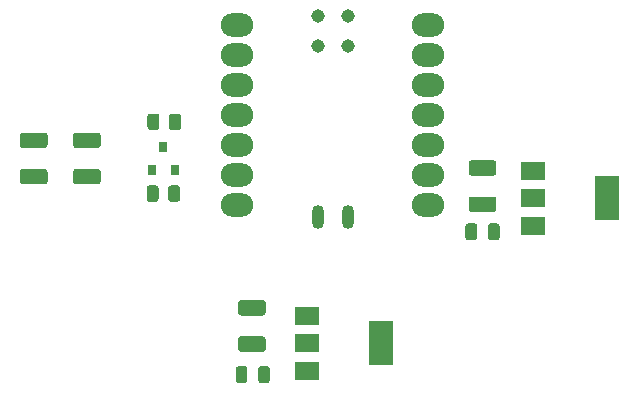
<source format=gtp>
%TF.GenerationSoftware,KiCad,Pcbnew,5.1.7-a382d34a8~88~ubuntu20.04.1*%
%TF.CreationDate,2021-07-04T15:14:18-05:00*%
%TF.ProjectId,led-backlight,6c65642d-6261-4636-9b6c-696768742e6b,rev?*%
%TF.SameCoordinates,Original*%
%TF.FileFunction,Paste,Top*%
%TF.FilePolarity,Positive*%
%FSLAX46Y46*%
G04 Gerber Fmt 4.6, Leading zero omitted, Abs format (unit mm)*
G04 Created by KiCad (PCBNEW 5.1.7-a382d34a8~88~ubuntu20.04.1) date 2021-07-04 15:14:18*
%MOMM*%
%LPD*%
G01*
G04 APERTURE LIST*
%ADD10R,2.000000X1.500000*%
%ADD11R,2.000000X3.800000*%
%ADD12C,1.143000*%
%ADD13O,1.016000X2.032000*%
%ADD14O,2.748280X1.998980*%
%ADD15R,0.800000X0.900000*%
G04 APERTURE END LIST*
D10*
%TO.C,U1*%
X208525000Y-109300000D03*
X208525000Y-113900000D03*
X208525000Y-111600000D03*
D11*
X214825000Y-111600000D03*
%TD*%
%TO.C,C1*%
G36*
G01*
X205199576Y-109700000D02*
X203350424Y-109700000D01*
G75*
G02*
X203100000Y-109449576I0J250424D01*
G01*
X203100000Y-108625424D01*
G75*
G02*
X203350424Y-108375000I250424J0D01*
G01*
X205199576Y-108375000D01*
G75*
G02*
X205450000Y-108625424I0J-250424D01*
G01*
X205450000Y-109449576D01*
G75*
G02*
X205199576Y-109700000I-250424J0D01*
G01*
G37*
G36*
G01*
X205200001Y-112775000D02*
X203349999Y-112775000D01*
G75*
G02*
X203100000Y-112525001I0J249999D01*
G01*
X203100000Y-111699999D01*
G75*
G02*
X203349999Y-111450000I249999J0D01*
G01*
X205200001Y-111450000D01*
G75*
G02*
X205450000Y-111699999I0J-249999D01*
G01*
X205450000Y-112525001D01*
G75*
G02*
X205200001Y-112775000I-249999J0D01*
G01*
G37*
%TD*%
D12*
%TO.C,U2*%
X192913803Y-98735813D03*
X190373803Y-98735813D03*
X192913803Y-96195813D03*
X190373803Y-96195813D03*
D13*
X192925000Y-113200000D03*
X190375000Y-113200000D03*
D14*
X183508120Y-96882180D03*
X183508120Y-99422180D03*
X183508120Y-101962180D03*
X183508120Y-104502180D03*
X183508120Y-107042180D03*
X183508120Y-109582180D03*
X183508120Y-112122180D03*
X199672680Y-112122180D03*
X199672680Y-109582180D03*
X199672680Y-107042180D03*
X199672680Y-104502180D03*
X199672680Y-101962180D03*
X199672680Y-99422180D03*
X199672680Y-96882180D03*
%TD*%
D10*
%TO.C,U3*%
X189375000Y-121575000D03*
X189375000Y-126175000D03*
X189375000Y-123875000D03*
D11*
X195675000Y-123875000D03*
%TD*%
%TO.C,R2*%
G36*
G01*
X177725000Y-105575001D02*
X177725000Y-104674999D01*
G75*
G02*
X177974999Y-104425000I249999J0D01*
G01*
X178500001Y-104425000D01*
G75*
G02*
X178750000Y-104674999I0J-249999D01*
G01*
X178750000Y-105575001D01*
G75*
G02*
X178500001Y-105825000I-249999J0D01*
G01*
X177974999Y-105825000D01*
G75*
G02*
X177725000Y-105575001I0J249999D01*
G01*
G37*
G36*
G01*
X175900000Y-105575001D02*
X175900000Y-104674999D01*
G75*
G02*
X176149999Y-104425000I249999J0D01*
G01*
X176675001Y-104425000D01*
G75*
G02*
X176925000Y-104674999I0J-249999D01*
G01*
X176925000Y-105575001D01*
G75*
G02*
X176675001Y-105825000I-249999J0D01*
G01*
X176149999Y-105825000D01*
G75*
G02*
X175900000Y-105575001I0J249999D01*
G01*
G37*
%TD*%
%TO.C,R1*%
G36*
G01*
X177650000Y-111650001D02*
X177650000Y-110749999D01*
G75*
G02*
X177899999Y-110500000I249999J0D01*
G01*
X178425001Y-110500000D01*
G75*
G02*
X178675000Y-110749999I0J-249999D01*
G01*
X178675000Y-111650001D01*
G75*
G02*
X178425001Y-111900000I-249999J0D01*
G01*
X177899999Y-111900000D01*
G75*
G02*
X177650000Y-111650001I0J249999D01*
G01*
G37*
G36*
G01*
X175825000Y-111650001D02*
X175825000Y-110749999D01*
G75*
G02*
X176074999Y-110500000I249999J0D01*
G01*
X176600001Y-110500000D01*
G75*
G02*
X176850000Y-110749999I0J-249999D01*
G01*
X176850000Y-111650001D01*
G75*
G02*
X176600001Y-111900000I-249999J0D01*
G01*
X176074999Y-111900000D01*
G75*
G02*
X175825000Y-111650001I0J249999D01*
G01*
G37*
%TD*%
D15*
%TO.C,Q1*%
X177250000Y-107225000D03*
X178200000Y-109225000D03*
X176300000Y-109225000D03*
%TD*%
%TO.C,C6*%
G36*
G01*
X185275000Y-127000000D02*
X185275000Y-126050000D01*
G75*
G02*
X185525000Y-125800000I250000J0D01*
G01*
X186025000Y-125800000D01*
G75*
G02*
X186275000Y-126050000I0J-250000D01*
G01*
X186275000Y-127000000D01*
G75*
G02*
X186025000Y-127250000I-250000J0D01*
G01*
X185525000Y-127250000D01*
G75*
G02*
X185275000Y-127000000I0J250000D01*
G01*
G37*
G36*
G01*
X183375000Y-127000000D02*
X183375000Y-126050000D01*
G75*
G02*
X183625000Y-125800000I250000J0D01*
G01*
X184125000Y-125800000D01*
G75*
G02*
X184375000Y-126050000I0J-250000D01*
G01*
X184375000Y-127000000D01*
G75*
G02*
X184125000Y-127250000I-250000J0D01*
G01*
X183625000Y-127250000D01*
G75*
G02*
X183375000Y-127000000I0J250000D01*
G01*
G37*
%TD*%
%TO.C,C5*%
G36*
G01*
X185675001Y-121525000D02*
X183824999Y-121525000D01*
G75*
G02*
X183575000Y-121275001I0J249999D01*
G01*
X183575000Y-120449999D01*
G75*
G02*
X183824999Y-120200000I249999J0D01*
G01*
X185675001Y-120200000D01*
G75*
G02*
X185925000Y-120449999I0J-249999D01*
G01*
X185925000Y-121275001D01*
G75*
G02*
X185675001Y-121525000I-249999J0D01*
G01*
G37*
G36*
G01*
X185675001Y-124600000D02*
X183824999Y-124600000D01*
G75*
G02*
X183575000Y-124350001I0J249999D01*
G01*
X183575000Y-123524999D01*
G75*
G02*
X183824999Y-123275000I249999J0D01*
G01*
X185675001Y-123275000D01*
G75*
G02*
X185925000Y-123524999I0J-249999D01*
G01*
X185925000Y-124350001D01*
G75*
G02*
X185675001Y-124600000I-249999J0D01*
G01*
G37*
%TD*%
%TO.C,C4*%
G36*
G01*
X169849999Y-109100000D02*
X171700001Y-109100000D01*
G75*
G02*
X171950000Y-109349999I0J-249999D01*
G01*
X171950000Y-110175001D01*
G75*
G02*
X171700001Y-110425000I-249999J0D01*
G01*
X169849999Y-110425000D01*
G75*
G02*
X169600000Y-110175001I0J249999D01*
G01*
X169600000Y-109349999D01*
G75*
G02*
X169849999Y-109100000I249999J0D01*
G01*
G37*
G36*
G01*
X169849999Y-106025000D02*
X171700001Y-106025000D01*
G75*
G02*
X171950000Y-106274999I0J-249999D01*
G01*
X171950000Y-107100001D01*
G75*
G02*
X171700001Y-107350000I-249999J0D01*
G01*
X169849999Y-107350000D01*
G75*
G02*
X169600000Y-107100001I0J249999D01*
G01*
X169600000Y-106274999D01*
G75*
G02*
X169849999Y-106025000I249999J0D01*
G01*
G37*
%TD*%
%TO.C,C3*%
G36*
G01*
X165349999Y-109100000D02*
X167200001Y-109100000D01*
G75*
G02*
X167450000Y-109349999I0J-249999D01*
G01*
X167450000Y-110175001D01*
G75*
G02*
X167200001Y-110425000I-249999J0D01*
G01*
X165349999Y-110425000D01*
G75*
G02*
X165100000Y-110175001I0J249999D01*
G01*
X165100000Y-109349999D01*
G75*
G02*
X165349999Y-109100000I249999J0D01*
G01*
G37*
G36*
G01*
X165349999Y-106025000D02*
X167200001Y-106025000D01*
G75*
G02*
X167450000Y-106274999I0J-249999D01*
G01*
X167450000Y-107100001D01*
G75*
G02*
X167200001Y-107350000I-249999J0D01*
G01*
X165349999Y-107350000D01*
G75*
G02*
X165100000Y-107100001I0J249999D01*
G01*
X165100000Y-106274999D01*
G75*
G02*
X165349999Y-106025000I249999J0D01*
G01*
G37*
%TD*%
%TO.C,C2*%
G36*
G01*
X204725000Y-114900000D02*
X204725000Y-113950000D01*
G75*
G02*
X204975000Y-113700000I250000J0D01*
G01*
X205475000Y-113700000D01*
G75*
G02*
X205725000Y-113950000I0J-250000D01*
G01*
X205725000Y-114900000D01*
G75*
G02*
X205475000Y-115150000I-250000J0D01*
G01*
X204975000Y-115150000D01*
G75*
G02*
X204725000Y-114900000I0J250000D01*
G01*
G37*
G36*
G01*
X202825000Y-114900000D02*
X202825000Y-113950000D01*
G75*
G02*
X203075000Y-113700000I250000J0D01*
G01*
X203575000Y-113700000D01*
G75*
G02*
X203825000Y-113950000I0J-250000D01*
G01*
X203825000Y-114900000D01*
G75*
G02*
X203575000Y-115150000I-250000J0D01*
G01*
X203075000Y-115150000D01*
G75*
G02*
X202825000Y-114900000I0J250000D01*
G01*
G37*
%TD*%
M02*

</source>
